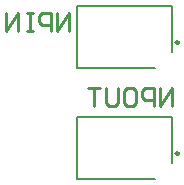
<source format=gbr>
%TF.GenerationSoftware,Altium Limited,Altium Designer,23.1.1 (15)*%
G04 Layer_Color=32896*
%FSLAX45Y45*%
%MOMM*%
%TF.SameCoordinates,65C13D17-EFD2-49A1-9DDF-215AC00BF633*%
%TF.FilePolarity,Positive*%
%TF.FileFunction,Legend,Bot*%
%TF.Part,Single*%
G01*
G75*
%TA.AperFunction,NonConductor*%
%ADD16C,0.20000*%
%ADD18C,0.25400*%
%ADD19C,0.25000*%
D16*
X2114601Y1055802D02*
Y1585803D01*
X2914599D01*
Y1198301D02*
Y1585803D01*
X2114601Y1055802D02*
X2772100D01*
X2114601Y116002D02*
Y645998D01*
X2914599D01*
Y258501D02*
Y645998D01*
X2114601Y116002D02*
X2772100D01*
D18*
X2044614Y1371625D02*
Y1523975D01*
X1943046Y1371625D01*
Y1523975D01*
X1892263Y1371625D02*
Y1523975D01*
X1816088D01*
X1790696Y1498583D01*
Y1447800D01*
X1816088Y1422408D01*
X1892263D01*
X1739912Y1523975D02*
X1689129D01*
X1714520D01*
Y1371625D01*
X1739912D01*
X1689129D01*
X1612953D02*
Y1523975D01*
X1511386Y1371625D01*
Y1523975D01*
X2920885Y736625D02*
Y888975D01*
X2819318Y736625D01*
Y888975D01*
X2768534Y736625D02*
Y888975D01*
X2692359D01*
X2666967Y863583D01*
Y812800D01*
X2692359Y787408D01*
X2768534D01*
X2540008Y888975D02*
X2590792D01*
X2616183Y863583D01*
Y762017D01*
X2590792Y736625D01*
X2540008D01*
X2514616Y762017D01*
Y863583D01*
X2540008Y888975D01*
X2463833D02*
Y762017D01*
X2438441Y736625D01*
X2387657D01*
X2362266Y762017D01*
Y888975D01*
X2311482D02*
X2209915D01*
X2260699D01*
Y736625D01*
D19*
X2974600Y1273300D02*
G03*
X2974600Y1273300I-12500J0D01*
G01*
Y333500D02*
G03*
X2974600Y333500I-12500J0D01*
G01*
%TF.MD5,3c8794986069ae8cedf16ae8cff382d7*%
M02*

</source>
